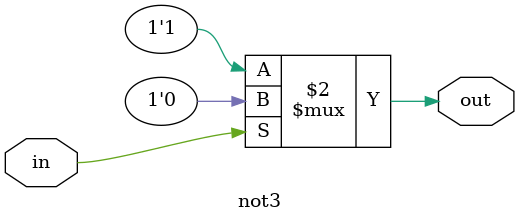
<source format=v>
module not3 (
  input in,
  output out
);

  assign out = (in == 1'b0) ? 1'b1 : 1'b0; // Check for 0 and invert

endmodule

</source>
